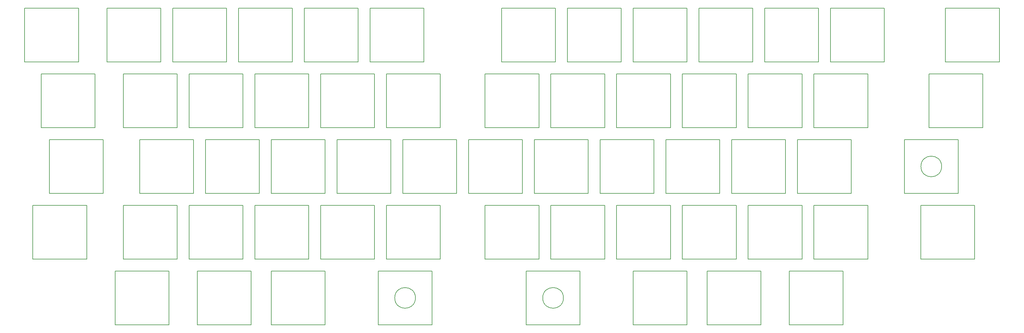
<source format=gbr>
%TF.GenerationSoftware,KiCad,Pcbnew,(7.0.0)*%
%TF.CreationDate,2023-06-17T11:14:13+09:00*%
%TF.ProjectId,Cr0wn60,43723077-6e36-4302-9e6b-696361645f70,rev?*%
%TF.SameCoordinates,Original*%
%TF.FileFunction,Other,Comment*%
%FSLAX46Y46*%
G04 Gerber Fmt 4.6, Leading zero omitted, Abs format (unit mm)*
G04 Created by KiCad (PCBNEW (7.0.0)) date 2023-06-17 11:14:13*
%MOMM*%
%LPD*%
G01*
G04 APERTURE LIST*
%ADD10C,0.150000*%
G04 APERTURE END LIST*
D10*
%TO.C,SW23*%
X35062500Y-11250000D02*
X50662500Y-11250000D01*
X35062500Y-26850000D02*
X35062500Y-11250000D01*
X50662500Y-11250000D02*
X50662500Y-26850000D01*
X50662500Y-26850000D02*
X35062500Y-26850000D01*
%TO.C,SW37*%
X249375000Y-11250000D02*
X264975000Y-11250000D01*
X249375000Y-26850000D02*
X249375000Y-11250000D01*
X264975000Y-11250000D02*
X264975000Y-26850000D01*
X264975000Y-26850000D02*
X249375000Y-26850000D01*
%TO.C,SW56*%
X211275000Y-30300000D02*
X226875000Y-30300000D01*
X211275000Y-45900000D02*
X211275000Y-30300000D01*
X226875000Y-30300000D02*
X226875000Y-45900000D01*
X226875000Y-45900000D02*
X211275000Y-45900000D01*
%TO.C,SW45*%
X77925000Y-30300000D02*
X93525000Y-30300000D01*
X77925000Y-45900000D02*
X77925000Y-30300000D01*
X93525000Y-30300000D02*
X93525000Y-45900000D01*
X93525000Y-45900000D02*
X77925000Y-45900000D01*
%TO.C,SW3*%
X30300000Y7800000D02*
X45900000Y7800000D01*
X30300000Y-7800000D02*
X30300000Y7800000D01*
X45900000Y7800000D02*
X45900000Y-7800000D01*
X45900000Y-7800000D02*
X30300000Y-7800000D01*
%TO.C,SW57*%
X242231250Y-30300000D02*
X257831250Y-30300000D01*
X242231250Y-45900000D02*
X242231250Y-30300000D01*
X257831250Y-30300000D02*
X257831250Y-45900000D01*
X257831250Y-45900000D02*
X242231250Y-45900000D01*
%TO.C,SW62*%
X35062500Y-49350000D02*
X50662500Y-49350000D01*
X35062500Y-64950000D02*
X35062500Y-49350000D01*
X50662500Y-49350000D02*
X50662500Y-64950000D01*
X50662500Y-64950000D02*
X35062500Y-64950000D01*
%TO.C,SW81*%
X37443750Y-68400000D02*
X53043750Y-68400000D01*
X37443750Y-84000000D02*
X37443750Y-68400000D01*
X53043750Y-68400000D02*
X53043750Y-84000000D01*
X53043750Y-84000000D02*
X37443750Y-84000000D01*
%TO.C,SW16*%
X220800000Y7800000D02*
X236400000Y7800000D01*
X220800000Y-7800000D02*
X220800000Y7800000D01*
X236400000Y7800000D02*
X236400000Y-7800000D01*
X236400000Y-7800000D02*
X220800000Y-7800000D01*
%TO.C,SW30*%
X120787500Y-11250000D02*
X136387500Y-11250000D01*
X120787500Y-26850000D02*
X120787500Y-11250000D01*
X136387500Y-11250000D02*
X136387500Y-26850000D01*
X136387500Y-26850000D02*
X120787500Y-26850000D01*
%TO.C,SW85*%
X163650000Y-68400000D02*
X179250000Y-68400000D01*
X163650000Y-84000000D02*
X163650000Y-68400000D01*
X179250000Y-68400000D02*
X179250000Y-84000000D01*
X179250000Y-84000000D02*
X163650000Y-84000000D01*
%TO.C,SW13*%
X163650000Y7800000D02*
X179250000Y7800000D01*
X163650000Y-7800000D02*
X163650000Y7800000D01*
X179250000Y7800000D02*
X179250000Y-7800000D01*
X179250000Y-7800000D02*
X163650000Y-7800000D01*
%TO.C,SW70*%
X120787500Y-49350000D02*
X136387500Y-49350000D01*
X120787500Y-64950000D02*
X120787500Y-49350000D01*
X136387500Y-49350000D02*
X136387500Y-64950000D01*
X136387500Y-64950000D02*
X120787500Y-64950000D01*
%TO.C,REF\u002A\u002A*%
X100631250Y-76200000D02*
G75*
G03*
X100631250Y-76200000I-3000000J0D01*
G01*
%TO.C,SW73*%
X177937500Y-49350000D02*
X193537500Y-49350000D01*
X177937500Y-64950000D02*
X177937500Y-49350000D01*
X193537500Y-49350000D02*
X193537500Y-64950000D01*
X193537500Y-64950000D02*
X177937500Y-64950000D01*
%TO.C,SW14*%
X182700000Y7800000D02*
X198300000Y7800000D01*
X182700000Y-7800000D02*
X182700000Y7800000D01*
X198300000Y7800000D02*
X198300000Y-7800000D01*
X198300000Y-7800000D02*
X182700000Y-7800000D01*
%TO.C,SW36*%
X216037500Y-11250000D02*
X231637500Y-11250000D01*
X216037500Y-26850000D02*
X216037500Y-11250000D01*
X231637500Y-11250000D02*
X231637500Y-26850000D01*
X231637500Y-26850000D02*
X216037500Y-26850000D01*
%TO.C,SW75*%
X216037500Y-49350000D02*
X231637500Y-49350000D01*
X216037500Y-64950000D02*
X216037500Y-49350000D01*
X231637500Y-49350000D02*
X231637500Y-64950000D01*
X231637500Y-64950000D02*
X216037500Y-64950000D01*
%TO.C,SW32*%
X158887500Y-11250000D02*
X174487500Y-11250000D01*
X158887500Y-26850000D02*
X158887500Y-11250000D01*
X174487500Y-11250000D02*
X174487500Y-26850000D01*
X174487500Y-26850000D02*
X158887500Y-26850000D01*
%TO.C,SW34*%
X177937500Y-11250000D02*
X193537500Y-11250000D01*
X177937500Y-26850000D02*
X177937500Y-11250000D01*
X193537500Y-11250000D02*
X193537500Y-26850000D01*
X193537500Y-26850000D02*
X177937500Y-26850000D01*
%TO.C,SW71*%
X139837500Y-49350000D02*
X155437500Y-49350000D01*
X139837500Y-64950000D02*
X139837500Y-49350000D01*
X155437500Y-49350000D02*
X155437500Y-64950000D01*
X155437500Y-64950000D02*
X139837500Y-64950000D01*
%TO.C,SW1*%
X-12562500Y7800000D02*
X3037500Y7800000D01*
X-12562500Y-7800000D02*
X-12562500Y7800000D01*
X3037500Y7800000D02*
X3037500Y-7800000D01*
X3037500Y-7800000D02*
X-12562500Y-7800000D01*
%TO.C,SW72*%
X158887500Y-49350000D02*
X174487500Y-49350000D01*
X158887500Y-64950000D02*
X158887500Y-49350000D01*
X174487500Y-49350000D02*
X174487500Y-64950000D01*
X174487500Y-64950000D02*
X158887500Y-64950000D01*
%TO.C,SW82*%
X58875000Y-68400000D02*
X74475000Y-68400000D01*
X58875000Y-84000000D02*
X58875000Y-68400000D01*
X74475000Y-68400000D02*
X74475000Y-84000000D01*
X74475000Y-84000000D02*
X58875000Y-84000000D01*
%TO.C,REF\u002A\u002A*%
X253031250Y-38100000D02*
G75*
G03*
X253031250Y-38100000I-3000000J0D01*
G01*
%TO.C,SW42*%
X39825000Y-30300000D02*
X55425000Y-30300000D01*
X39825000Y-45900000D02*
X39825000Y-30300000D01*
X55425000Y-30300000D02*
X55425000Y-45900000D01*
X55425000Y-45900000D02*
X39825000Y-45900000D01*
%TO.C,SW87*%
X208893750Y-68400000D02*
X224493750Y-68400000D01*
X208893750Y-84000000D02*
X208893750Y-68400000D01*
X224493750Y-68400000D02*
X224493750Y-84000000D01*
X224493750Y-84000000D02*
X208893750Y-84000000D01*
%TO.C,SW63*%
X54112500Y-49350000D02*
X69712500Y-49350000D01*
X54112500Y-64950000D02*
X54112500Y-49350000D01*
X69712500Y-49350000D02*
X69712500Y-64950000D01*
X69712500Y-64950000D02*
X54112500Y-64950000D01*
%TO.C,SW46*%
X96975000Y-30300000D02*
X112575000Y-30300000D01*
X96975000Y-45900000D02*
X96975000Y-30300000D01*
X112575000Y-30300000D02*
X112575000Y-45900000D01*
X112575000Y-45900000D02*
X96975000Y-45900000D01*
%TO.C,SW41*%
X20775000Y-30300000D02*
X36375000Y-30300000D01*
X20775000Y-45900000D02*
X20775000Y-30300000D01*
X36375000Y-30300000D02*
X36375000Y-45900000D01*
X36375000Y-45900000D02*
X20775000Y-45900000D01*
%TO.C,SW12*%
X144600000Y7800000D02*
X160200000Y7800000D01*
X144600000Y-7800000D02*
X144600000Y7800000D01*
X160200000Y7800000D02*
X160200000Y-7800000D01*
X160200000Y-7800000D02*
X144600000Y-7800000D01*
%TO.C,SW54*%
X192225000Y-30300000D02*
X207825000Y-30300000D01*
X192225000Y-45900000D02*
X192225000Y-30300000D01*
X207825000Y-30300000D02*
X207825000Y-45900000D01*
X207825000Y-45900000D02*
X192225000Y-45900000D01*
%TO.C,REF\u002A\u002A*%
X143493750Y-76200000D02*
G75*
G03*
X143493750Y-76200000I-3000000J0D01*
G01*
%TO.C,SW24*%
X54112500Y-11250000D02*
X69712500Y-11250000D01*
X54112500Y-26850000D02*
X54112500Y-11250000D01*
X69712500Y-11250000D02*
X69712500Y-26850000D01*
X69712500Y-26850000D02*
X54112500Y-26850000D01*
%TO.C,SW65*%
X92212500Y-49350000D02*
X107812500Y-49350000D01*
X92212500Y-64950000D02*
X92212500Y-49350000D01*
X107812500Y-49350000D02*
X107812500Y-64950000D01*
X107812500Y-64950000D02*
X92212500Y-64950000D01*
%TO.C,SW51*%
X135075000Y-30300000D02*
X150675000Y-30300000D01*
X135075000Y-45900000D02*
X135075000Y-30300000D01*
X150675000Y-30300000D02*
X150675000Y-45900000D01*
X150675000Y-45900000D02*
X135075000Y-45900000D01*
%TO.C,SW2*%
X11250000Y7800000D02*
X26850000Y7800000D01*
X11250000Y-7800000D02*
X11250000Y7800000D01*
X26850000Y7800000D02*
X26850000Y-7800000D01*
X26850000Y-7800000D02*
X11250000Y-7800000D01*
%TO.C,SW17*%
X254137500Y7800000D02*
X269737500Y7800000D01*
X254137500Y-7800000D02*
X254137500Y7800000D01*
X269737500Y7800000D02*
X269737500Y-7800000D01*
X269737500Y-7800000D02*
X254137500Y-7800000D01*
%TO.C,SW84*%
X132693750Y-68400000D02*
X148293750Y-68400000D01*
X132693750Y-84000000D02*
X132693750Y-68400000D01*
X148293750Y-68400000D02*
X148293750Y-84000000D01*
X148293750Y-84000000D02*
X132693750Y-84000000D01*
%TO.C,SW43*%
X58875000Y-30300000D02*
X74475000Y-30300000D01*
X58875000Y-45900000D02*
X58875000Y-30300000D01*
X74475000Y-30300000D02*
X74475000Y-45900000D01*
X74475000Y-45900000D02*
X58875000Y-45900000D01*
%TO.C,SW86*%
X185081250Y-68400000D02*
X200681250Y-68400000D01*
X185081250Y-84000000D02*
X185081250Y-68400000D01*
X200681250Y-68400000D02*
X200681250Y-84000000D01*
X200681250Y-84000000D02*
X185081250Y-84000000D01*
%TO.C,SW26*%
X92212500Y-11250000D02*
X107812500Y-11250000D01*
X92212500Y-26850000D02*
X92212500Y-11250000D01*
X107812500Y-11250000D02*
X107812500Y-26850000D01*
X107812500Y-26850000D02*
X92212500Y-26850000D01*
%TO.C,SW61*%
X16012500Y-49350000D02*
X31612500Y-49350000D01*
X16012500Y-64950000D02*
X16012500Y-49350000D01*
X31612500Y-49350000D02*
X31612500Y-64950000D01*
X31612500Y-64950000D02*
X16012500Y-64950000D01*
%TO.C,SW52*%
X154125000Y-30300000D02*
X169725000Y-30300000D01*
X154125000Y-45900000D02*
X154125000Y-30300000D01*
X169725000Y-30300000D02*
X169725000Y-45900000D01*
X169725000Y-45900000D02*
X154125000Y-45900000D01*
%TO.C,SW25*%
X73162500Y-11250000D02*
X88762500Y-11250000D01*
X73162500Y-26850000D02*
X73162500Y-11250000D01*
X88762500Y-11250000D02*
X88762500Y-26850000D01*
X88762500Y-26850000D02*
X73162500Y-26850000D01*
%TO.C,SW4*%
X49350000Y7800000D02*
X64950000Y7800000D01*
X49350000Y-7800000D02*
X49350000Y7800000D01*
X64950000Y7800000D02*
X64950000Y-7800000D01*
X64950000Y-7800000D02*
X49350000Y-7800000D01*
%TO.C,SW21*%
X16012500Y-11250000D02*
X31612500Y-11250000D01*
X16012500Y-26850000D02*
X16012500Y-11250000D01*
X31612500Y-11250000D02*
X31612500Y-26850000D01*
X31612500Y-26850000D02*
X16012500Y-26850000D01*
%TO.C,SW60*%
X-10181250Y-49350000D02*
X5418750Y-49350000D01*
X-10181250Y-64950000D02*
X-10181250Y-49350000D01*
X5418750Y-49350000D02*
X5418750Y-64950000D01*
X5418750Y-64950000D02*
X-10181250Y-64950000D01*
%TO.C,SW6*%
X87450000Y7800000D02*
X103050000Y7800000D01*
X87450000Y-7800000D02*
X87450000Y7800000D01*
X103050000Y7800000D02*
X103050000Y-7800000D01*
X103050000Y-7800000D02*
X87450000Y-7800000D01*
%TO.C,SW20*%
X-7800000Y-11250000D02*
X7800000Y-11250000D01*
X-7800000Y-26850000D02*
X-7800000Y-11250000D01*
X7800000Y-11250000D02*
X7800000Y-26850000D01*
X7800000Y-26850000D02*
X-7800000Y-26850000D01*
%TO.C,SW40*%
X-5418750Y-30300000D02*
X10181250Y-30300000D01*
X-5418750Y-45900000D02*
X-5418750Y-30300000D01*
X10181250Y-30300000D02*
X10181250Y-45900000D01*
X10181250Y-45900000D02*
X-5418750Y-45900000D01*
%TO.C,SW50*%
X116025000Y-30300000D02*
X131625000Y-30300000D01*
X116025000Y-45900000D02*
X116025000Y-30300000D01*
X131625000Y-30300000D02*
X131625000Y-45900000D01*
X131625000Y-45900000D02*
X116025000Y-45900000D01*
%TO.C,SW5*%
X68400000Y7800000D02*
X84000000Y7800000D01*
X68400000Y-7800000D02*
X68400000Y7800000D01*
X84000000Y7800000D02*
X84000000Y-7800000D01*
X84000000Y-7800000D02*
X68400000Y-7800000D01*
%TO.C,SW74*%
X196987500Y-49350000D02*
X212587500Y-49350000D01*
X196987500Y-64950000D02*
X196987500Y-49350000D01*
X212587500Y-49350000D02*
X212587500Y-64950000D01*
X212587500Y-64950000D02*
X196987500Y-64950000D01*
%TO.C,SW76*%
X246993750Y-49350000D02*
X262593750Y-49350000D01*
X246993750Y-64950000D02*
X246993750Y-49350000D01*
X262593750Y-49350000D02*
X262593750Y-64950000D01*
X262593750Y-64950000D02*
X246993750Y-64950000D01*
%TO.C,SW53*%
X173175000Y-30300000D02*
X188775000Y-30300000D01*
X173175000Y-45900000D02*
X173175000Y-30300000D01*
X188775000Y-30300000D02*
X188775000Y-45900000D01*
X188775000Y-45900000D02*
X173175000Y-45900000D01*
%TO.C,SW35*%
X196987500Y-11250000D02*
X212587500Y-11250000D01*
X196987500Y-26850000D02*
X196987500Y-11250000D01*
X212587500Y-11250000D02*
X212587500Y-26850000D01*
X212587500Y-26850000D02*
X196987500Y-26850000D01*
%TO.C,SW80*%
X13631250Y-68400000D02*
X29231250Y-68400000D01*
X13631250Y-84000000D02*
X13631250Y-68400000D01*
X29231250Y-68400000D02*
X29231250Y-84000000D01*
X29231250Y-84000000D02*
X13631250Y-84000000D01*
%TO.C,SW83*%
X89831250Y-68400000D02*
X105431250Y-68400000D01*
X89831250Y-84000000D02*
X89831250Y-68400000D01*
X105431250Y-68400000D02*
X105431250Y-84000000D01*
X105431250Y-84000000D02*
X89831250Y-84000000D01*
%TO.C,SW10*%
X125550000Y7800000D02*
X141150000Y7800000D01*
X125550000Y-7800000D02*
X125550000Y7800000D01*
X141150000Y7800000D02*
X141150000Y-7800000D01*
X141150000Y-7800000D02*
X125550000Y-7800000D01*
%TO.C,SW31*%
X139837500Y-11250000D02*
X155437500Y-11250000D01*
X139837500Y-26850000D02*
X139837500Y-11250000D01*
X155437500Y-11250000D02*
X155437500Y-26850000D01*
X155437500Y-26850000D02*
X139837500Y-26850000D01*
%TO.C,SW64*%
X73162500Y-49350000D02*
X88762500Y-49350000D01*
X73162500Y-64950000D02*
X73162500Y-49350000D01*
X88762500Y-49350000D02*
X88762500Y-64950000D01*
X88762500Y-64950000D02*
X73162500Y-64950000D01*
%TO.C,SW15*%
X201750000Y7800000D02*
X217350000Y7800000D01*
X201750000Y-7800000D02*
X201750000Y7800000D01*
X217350000Y7800000D02*
X217350000Y-7800000D01*
X217350000Y-7800000D02*
X201750000Y-7800000D01*
%TD*%
M02*

</source>
